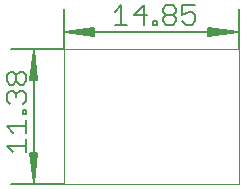
<source format=gko>
G75*
%MOIN*%
%OFA0B0*%
%FSLAX25Y25*%
%IPPOS*%
%LPD*%
%AMOC8*
5,1,8,0,0,1.08239X$1,22.5*
%
%ADD10C,0.00492*%
%ADD11C,0.00512*%
%ADD12C,0.00600*%
D10*
X0025067Y0001256D02*
X0025067Y0046039D01*
X0083532Y0046039D01*
X0083532Y0001256D01*
X0025067Y0001256D01*
D11*
X0007351Y0001256D01*
X0015028Y0001512D02*
X0016052Y0011492D01*
X0016285Y0011492D02*
X0015028Y0001512D01*
X0014004Y0011492D01*
X0013771Y0011492D02*
X0016285Y0011492D01*
X0015540Y0011492D02*
X0015028Y0001512D01*
X0014516Y0011492D01*
X0013771Y0011492D02*
X0015028Y0001512D01*
X0015028Y0045783D01*
X0016052Y0035803D01*
X0016285Y0035803D02*
X0015028Y0045783D01*
X0014004Y0035803D01*
X0013771Y0035803D02*
X0016285Y0035803D01*
X0015540Y0035803D02*
X0015028Y0045783D01*
X0014516Y0035803D01*
X0013771Y0035803D02*
X0015028Y0045783D01*
X0007351Y0046039D02*
X0025067Y0046039D01*
X0025067Y0059425D01*
X0025323Y0051748D02*
X0035304Y0052772D01*
X0035304Y0053005D02*
X0035304Y0050491D01*
X0025323Y0051748D01*
X0035304Y0050724D01*
X0035304Y0051236D02*
X0025323Y0051748D01*
X0035304Y0052260D01*
X0035304Y0053005D02*
X0025323Y0051748D01*
X0083276Y0051748D01*
X0073296Y0050724D01*
X0073296Y0050491D02*
X0083276Y0051748D01*
X0073296Y0052772D01*
X0073296Y0053005D02*
X0073296Y0050491D01*
X0073296Y0051236D02*
X0083276Y0051748D01*
X0073296Y0052260D01*
X0073296Y0053005D02*
X0083276Y0051748D01*
X0083532Y0046039D02*
X0083532Y0059425D01*
D12*
X0068866Y0060715D02*
X0064596Y0060715D01*
X0064596Y0057513D01*
X0066731Y0058580D01*
X0067799Y0058580D01*
X0068866Y0057513D01*
X0068866Y0055377D01*
X0067799Y0054310D01*
X0065664Y0054310D01*
X0064596Y0055377D01*
X0062421Y0055377D02*
X0061353Y0054310D01*
X0059218Y0054310D01*
X0058150Y0055377D01*
X0058150Y0056445D01*
X0059218Y0057513D01*
X0061353Y0057513D01*
X0062421Y0056445D01*
X0062421Y0055377D01*
X0061353Y0057513D02*
X0062421Y0058580D01*
X0062421Y0059648D01*
X0061353Y0060715D01*
X0059218Y0060715D01*
X0058150Y0059648D01*
X0058150Y0058580D01*
X0059218Y0057513D01*
X0055995Y0055377D02*
X0055995Y0054310D01*
X0054928Y0054310D01*
X0054928Y0055377D01*
X0055995Y0055377D01*
X0052753Y0057513D02*
X0048482Y0057513D01*
X0051685Y0060715D01*
X0051685Y0054310D01*
X0046307Y0054310D02*
X0042037Y0054310D01*
X0044172Y0054310D02*
X0044172Y0060715D01*
X0042037Y0058580D01*
X0012466Y0037516D02*
X0011399Y0038583D01*
X0010331Y0038583D01*
X0009263Y0037516D01*
X0009263Y0035380D01*
X0008196Y0034313D01*
X0007128Y0034313D01*
X0006061Y0035380D01*
X0006061Y0037516D01*
X0007128Y0038583D01*
X0008196Y0038583D01*
X0009263Y0037516D01*
X0012466Y0037516D02*
X0012466Y0035380D01*
X0011399Y0034313D01*
X0010331Y0034313D01*
X0009263Y0035380D01*
X0008196Y0032138D02*
X0007128Y0032138D01*
X0006061Y0031070D01*
X0006061Y0028935D01*
X0007128Y0027867D01*
X0009263Y0030003D02*
X0009263Y0031070D01*
X0010331Y0032138D01*
X0011399Y0032138D01*
X0012466Y0031070D01*
X0012466Y0028935D01*
X0011399Y0027867D01*
X0011399Y0025712D02*
X0012466Y0025712D01*
X0012466Y0024645D01*
X0011399Y0024645D01*
X0011399Y0025712D01*
X0012466Y0022469D02*
X0012466Y0018199D01*
X0012466Y0020334D02*
X0006061Y0020334D01*
X0008196Y0018199D01*
X0012466Y0016024D02*
X0012466Y0011754D01*
X0012466Y0013889D02*
X0006061Y0013889D01*
X0008196Y0011754D01*
X0009263Y0031070D02*
X0008196Y0032138D01*
M02*

</source>
